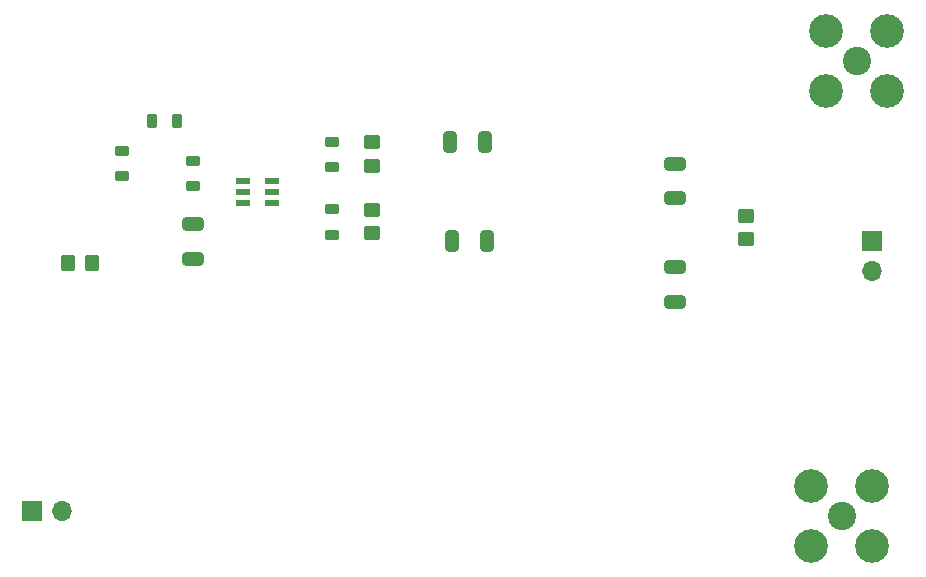
<source format=gbr>
%TF.GenerationSoftware,KiCad,Pcbnew,7.0.8-7.0.8~ubuntu22.04.1*%
%TF.CreationDate,2023-10-09T20:30:47-05:00*%
%TF.ProjectId,VCO_Test_Board,56434f5f-5465-4737-945f-426f6172642e,rev?*%
%TF.SameCoordinates,Original*%
%TF.FileFunction,Soldermask,Top*%
%TF.FilePolarity,Negative*%
%FSLAX46Y46*%
G04 Gerber Fmt 4.6, Leading zero omitted, Abs format (unit mm)*
G04 Created by KiCad (PCBNEW 7.0.8-7.0.8~ubuntu22.04.1) date 2023-10-09 20:30:47*
%MOMM*%
%LPD*%
G01*
G04 APERTURE LIST*
G04 Aperture macros list*
%AMRoundRect*
0 Rectangle with rounded corners*
0 $1 Rounding radius*
0 $2 $3 $4 $5 $6 $7 $8 $9 X,Y pos of 4 corners*
0 Add a 4 corners polygon primitive as box body*
4,1,4,$2,$3,$4,$5,$6,$7,$8,$9,$2,$3,0*
0 Add four circle primitives for the rounded corners*
1,1,$1+$1,$2,$3*
1,1,$1+$1,$4,$5*
1,1,$1+$1,$6,$7*
1,1,$1+$1,$8,$9*
0 Add four rect primitives between the rounded corners*
20,1,$1+$1,$2,$3,$4,$5,0*
20,1,$1+$1,$4,$5,$6,$7,0*
20,1,$1+$1,$6,$7,$8,$9,0*
20,1,$1+$1,$8,$9,$2,$3,0*%
G04 Aperture macros list end*
%ADD10R,1.200000X0.600000*%
%ADD11RoundRect,0.218750X-0.381250X0.218750X-0.381250X-0.218750X0.381250X-0.218750X0.381250X0.218750X0*%
%ADD12RoundRect,0.250000X-0.650000X0.325000X-0.650000X-0.325000X0.650000X-0.325000X0.650000X0.325000X0*%
%ADD13RoundRect,0.218750X0.218750X0.381250X-0.218750X0.381250X-0.218750X-0.381250X0.218750X-0.381250X0*%
%ADD14RoundRect,0.250000X0.650000X-0.325000X0.650000X0.325000X-0.650000X0.325000X-0.650000X-0.325000X0*%
%ADD15RoundRect,0.250000X0.325000X0.650000X-0.325000X0.650000X-0.325000X-0.650000X0.325000X-0.650000X0*%
%ADD16RoundRect,0.250000X0.450000X-0.350000X0.450000X0.350000X-0.450000X0.350000X-0.450000X-0.350000X0*%
%ADD17R,1.700000X1.700000*%
%ADD18O,1.700000X1.700000*%
%ADD19RoundRect,0.218750X0.381250X-0.218750X0.381250X0.218750X-0.381250X0.218750X-0.381250X-0.218750X0*%
%ADD20C,2.400000*%
%ADD21C,2.850000*%
%ADD22RoundRect,0.250000X-0.450000X0.350000X-0.450000X-0.350000X0.450000X-0.350000X0.450000X0.350000X0*%
%ADD23RoundRect,0.250000X0.350000X0.450000X-0.350000X0.450000X-0.350000X-0.450000X0.350000X-0.450000X0*%
G04 APERTURE END LIST*
D10*
%TO.C,Y1*%
X58460000Y-50954077D03*
X58460000Y-51904077D03*
X58460000Y-52854077D03*
X60960000Y-52854077D03*
X60960000Y-51904077D03*
X60960000Y-50954077D03*
%TD*%
D11*
%TO.C,L2*%
X48260000Y-48414077D03*
X48260000Y-50539077D03*
%TD*%
D12*
%TO.C,C4*%
X95045000Y-49479077D03*
X95045000Y-52429077D03*
%TD*%
D13*
%TO.C,L1*%
X52925000Y-45874077D03*
X50800000Y-45874077D03*
%TD*%
D14*
%TO.C,C1*%
X54299589Y-57580585D03*
X54299589Y-54630585D03*
%TD*%
D15*
%TO.C,C3*%
X79150000Y-56034077D03*
X76200000Y-56034077D03*
%TD*%
D16*
%TO.C,R4*%
X101102321Y-55894760D03*
X101102321Y-53894760D03*
%TD*%
D11*
%TO.C,L3*%
X54305000Y-49251577D03*
X54305000Y-51376577D03*
%TD*%
D17*
%TO.C,J3*%
X40640000Y-78894077D03*
D18*
X43180000Y-78894077D03*
%TD*%
D19*
%TO.C,L4*%
X66040000Y-49801577D03*
X66040000Y-47676577D03*
%TD*%
D15*
%TO.C,C2*%
X78966105Y-47632526D03*
X76016105Y-47632526D03*
%TD*%
D16*
%TO.C,R3*%
X69457183Y-49691213D03*
X69457183Y-47691213D03*
%TD*%
D11*
%TO.C,L5*%
X66040000Y-53366577D03*
X66040000Y-55491577D03*
%TD*%
D20*
%TO.C,J1*%
X110455000Y-40794077D03*
D21*
X107880000Y-38219077D03*
X107880000Y-43369077D03*
X113030000Y-43369077D03*
X113030000Y-38219077D03*
%TD*%
D14*
%TO.C,C5*%
X95045000Y-61165000D03*
X95045000Y-58215000D03*
%TD*%
D22*
%TO.C,R2*%
X69457183Y-53371733D03*
X69457183Y-55371733D03*
%TD*%
D23*
%TO.C,R1*%
X45720000Y-57934077D03*
X43720000Y-57934077D03*
%TD*%
D17*
%TO.C,J4*%
X111760000Y-56034077D03*
D18*
X111760000Y-58574077D03*
%TD*%
D20*
%TO.C,J2*%
X109175699Y-79320150D03*
D21*
X106600699Y-76745150D03*
X106600699Y-81895150D03*
X111750699Y-81895150D03*
X111750699Y-76745150D03*
%TD*%
M02*

</source>
